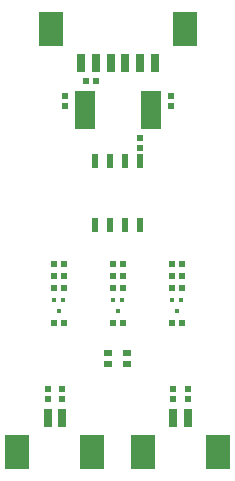
<source format=gbp>
G04*
G04 #@! TF.GenerationSoftware,Altium Limited,Altium Designer,23.3.1 (30)*
G04*
G04 Layer_Color=128*
%FSLAX25Y25*%
%MOIN*%
G70*
G04*
G04 #@! TF.SameCoordinates,B8D109ED-CDE9-4BA8-ABFF-944DEA042C50*
G04*
G04*
G04 #@! TF.FilePolarity,Positive*
G04*
G01*
G75*
%ADD21R,0.02047X0.01850*%
%ADD22R,0.01850X0.02047*%
%ADD23R,0.07874X0.11811*%
%ADD24R,0.02953X0.05906*%
%ADD42R,0.03150X0.01968*%
%ADD43R,0.01575X0.01575*%
%ADD44R,0.02362X0.04724*%
%ADD45R,0.07047X0.12598*%
D21*
X57087Y134764D02*
D03*
Y131378D02*
D03*
X15965Y37126D02*
D03*
Y33740D02*
D03*
X57854Y37126D02*
D03*
Y33740D02*
D03*
X20886D02*
D03*
Y37126D02*
D03*
X62776Y33740D02*
D03*
Y37126D02*
D03*
X46870Y120787D02*
D03*
Y117402D02*
D03*
X21654Y131378D02*
D03*
Y134764D02*
D03*
D22*
X60748Y74803D02*
D03*
X57362D02*
D03*
X41063D02*
D03*
X37677D02*
D03*
X21378D02*
D03*
X17992D02*
D03*
X60748Y59055D02*
D03*
X57362D02*
D03*
X41063D02*
D03*
X37677D02*
D03*
X21378D02*
D03*
X17992D02*
D03*
X57362Y78740D02*
D03*
X60748D02*
D03*
X37677D02*
D03*
X41063D02*
D03*
X17992D02*
D03*
X21378D02*
D03*
X60748Y70866D02*
D03*
X57362D02*
D03*
X41063D02*
D03*
X37677D02*
D03*
X21378D02*
D03*
X17992D02*
D03*
X32046Y139764D02*
D03*
X28660D02*
D03*
D23*
X61770Y157087D02*
D03*
X17085D02*
D03*
X72815Y16142D02*
D03*
X47815D02*
D03*
X30925D02*
D03*
X5925D02*
D03*
D24*
X51731Y145669D02*
D03*
X41888D02*
D03*
X46809D02*
D03*
X36967D02*
D03*
X27124D02*
D03*
X32046D02*
D03*
X62776Y27559D02*
D03*
X57854D02*
D03*
X20886D02*
D03*
X15965D02*
D03*
D42*
X42520Y49016D02*
D03*
X36220D02*
D03*
Y45472D02*
D03*
X42520D02*
D03*
D43*
X18209Y66732D02*
D03*
X21161D02*
D03*
X19685Y63189D02*
D03*
X57579Y66732D02*
D03*
X60532D02*
D03*
X59055Y63189D02*
D03*
X37894Y66732D02*
D03*
X40846D02*
D03*
X39370Y63189D02*
D03*
D44*
X41870Y112992D02*
D03*
X46870D02*
D03*
X36870D02*
D03*
X31870D02*
D03*
X41870Y91732D02*
D03*
X46870D02*
D03*
X36870D02*
D03*
X31870D02*
D03*
D45*
X50394Y129921D02*
D03*
X28346D02*
D03*
M02*

</source>
